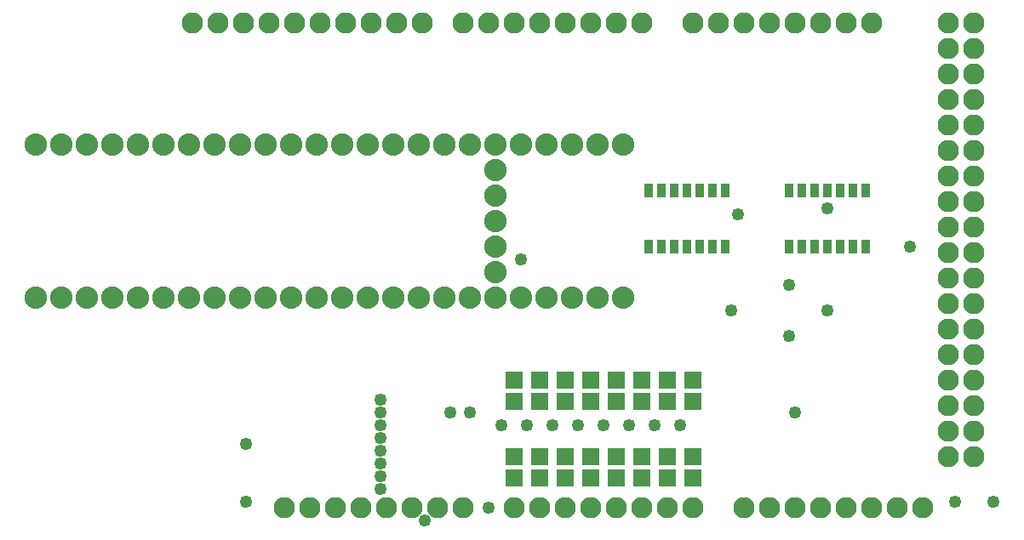
<source format=gts>
G04 MADE WITH FRITZING*
G04 WWW.FRITZING.ORG*
G04 DOUBLE SIDED*
G04 HOLES PLATED*
G04 CONTOUR ON CENTER OF CONTOUR VECTOR*
%ASAXBY*%
%FSLAX23Y23*%
%MOIN*%
%OFA0B0*%
%SFA1.0B1.0*%
%ADD10C,0.049370*%
%ADD11C,0.082917*%
%ADD12C,0.088000*%
%ADD13R,0.033622X0.057244*%
%ADD14R,0.069055X0.065118*%
%LNMASK1*%
G90*
G70*
G54D10*
X3228Y867D03*
X1478Y467D03*
X1478Y417D03*
X1478Y367D03*
X1478Y317D03*
X1478Y517D03*
X1478Y267D03*
X1478Y217D03*
X1478Y167D03*
X2878Y1242D03*
X3228Y1267D03*
X2053Y417D03*
X1953Y417D03*
X2153Y417D03*
X2253Y417D03*
X2353Y417D03*
X2453Y417D03*
X2553Y417D03*
X2653Y417D03*
X1753Y467D03*
X1828Y467D03*
X3078Y767D03*
X3103Y467D03*
X3078Y967D03*
X3728Y117D03*
X3878Y117D03*
X2028Y1067D03*
X953Y117D03*
X953Y342D03*
X1903Y92D03*
X3553Y1117D03*
X2853Y867D03*
G54D11*
X3003Y92D03*
X1403Y92D03*
X3103Y92D03*
X3203Y92D03*
X3303Y92D03*
X3403Y92D03*
X3703Y1492D03*
X3503Y92D03*
X3603Y92D03*
X1443Y1992D03*
X2003Y92D03*
X2103Y92D03*
X2203Y92D03*
X2303Y92D03*
X3703Y692D03*
X2403Y92D03*
X2503Y92D03*
X2603Y92D03*
X2703Y92D03*
X2203Y1992D03*
X3703Y1892D03*
X3703Y1092D03*
X3703Y292D03*
X1043Y1992D03*
X1803Y92D03*
X1803Y1992D03*
X3703Y1692D03*
X3703Y1292D03*
X3703Y892D03*
X3403Y1992D03*
X3703Y492D03*
X3303Y1992D03*
X3203Y1992D03*
X3103Y1992D03*
X3003Y1992D03*
X2903Y1992D03*
X2803Y1992D03*
X2703Y1992D03*
X843Y1992D03*
X1243Y1992D03*
X1643Y1992D03*
X1203Y92D03*
X1603Y92D03*
X2403Y1992D03*
X2003Y1992D03*
X3703Y1992D03*
X3703Y1792D03*
X3703Y1592D03*
X3703Y1392D03*
X3703Y1192D03*
X3703Y992D03*
X3703Y792D03*
X3703Y592D03*
X3703Y392D03*
X743Y1992D03*
X943Y1992D03*
X1143Y1992D03*
X1343Y1992D03*
X1543Y1992D03*
X1103Y92D03*
X1303Y92D03*
X1503Y92D03*
X1703Y92D03*
X2503Y1992D03*
X2303Y1992D03*
X2103Y1992D03*
X1903Y1992D03*
X3803Y1992D03*
X3803Y1892D03*
X3803Y1792D03*
X3803Y1692D03*
X3803Y1592D03*
X3803Y1492D03*
X3803Y1392D03*
X3803Y1292D03*
X3803Y1192D03*
X3803Y1092D03*
X3803Y992D03*
X3803Y892D03*
X3803Y792D03*
X3803Y692D03*
X3803Y592D03*
X3803Y492D03*
X3803Y392D03*
X3803Y292D03*
X2903Y92D03*
G54D12*
X2428Y1517D03*
X2328Y1517D03*
X2228Y1517D03*
X2128Y1517D03*
X2028Y1517D03*
X1928Y1517D03*
X1828Y1517D03*
X1728Y1517D03*
X1628Y1517D03*
X1528Y1517D03*
X1428Y1517D03*
X1328Y1517D03*
X1228Y1517D03*
X1128Y1517D03*
X1028Y1517D03*
X928Y1517D03*
X828Y1517D03*
X728Y1517D03*
X628Y1517D03*
X528Y1517D03*
X428Y1517D03*
X328Y1517D03*
X228Y1517D03*
X128Y1517D03*
X128Y917D03*
X228Y917D03*
X328Y917D03*
X428Y917D03*
X528Y917D03*
X628Y917D03*
X728Y917D03*
X828Y917D03*
X928Y917D03*
X1028Y917D03*
X1128Y917D03*
X1228Y917D03*
X1328Y917D03*
X1428Y917D03*
X1528Y917D03*
X1628Y917D03*
X1728Y917D03*
X1828Y917D03*
X1928Y917D03*
X2028Y917D03*
X2128Y917D03*
X2228Y917D03*
X2328Y917D03*
X2428Y917D03*
X1928Y1417D03*
X1928Y1317D03*
X1928Y1217D03*
X1928Y1117D03*
X1928Y1017D03*
G54D10*
X1653Y42D03*
G54D13*
X3078Y1117D03*
X3128Y1117D03*
X3178Y1117D03*
X3228Y1117D03*
X3278Y1117D03*
X3328Y1117D03*
X3378Y1117D03*
X3378Y1337D03*
X3328Y1337D03*
X3278Y1337D03*
X3228Y1337D03*
X3178Y1337D03*
X3128Y1337D03*
X3078Y1337D03*
X2528Y1117D03*
X2578Y1117D03*
X2628Y1117D03*
X2678Y1117D03*
X2728Y1117D03*
X2778Y1117D03*
X2828Y1117D03*
X2828Y1337D03*
X2778Y1337D03*
X2728Y1337D03*
X2678Y1337D03*
X2628Y1337D03*
X2578Y1337D03*
X2528Y1337D03*
G54D14*
X2703Y511D03*
X2703Y592D03*
X2303Y511D03*
X2303Y592D03*
X2703Y292D03*
X2703Y211D03*
X2303Y292D03*
X2303Y211D03*
X2603Y511D03*
X2603Y592D03*
X2203Y511D03*
X2203Y592D03*
X2603Y292D03*
X2603Y211D03*
X2203Y292D03*
X2203Y211D03*
X2403Y511D03*
X2403Y592D03*
X2003Y511D03*
X2003Y592D03*
X2403Y211D03*
X2403Y292D03*
X2003Y292D03*
X2003Y211D03*
X2503Y511D03*
X2503Y592D03*
X2103Y511D03*
X2103Y592D03*
X2503Y292D03*
X2503Y211D03*
X2103Y292D03*
X2103Y211D03*
G04 End of Mask1*
M02*
</source>
